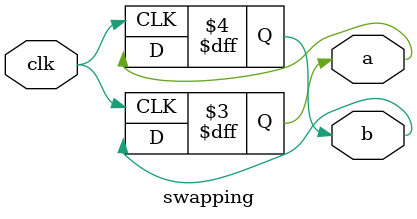
<source format=v>
module swapping(a,b,clk);
input clk;
output reg a,b;
initial
begin;
a=1'b0;
b=1'b1;
end
always@(posedge clk)
begin
a<=b;
b<=a;
end
endmodule

</source>
